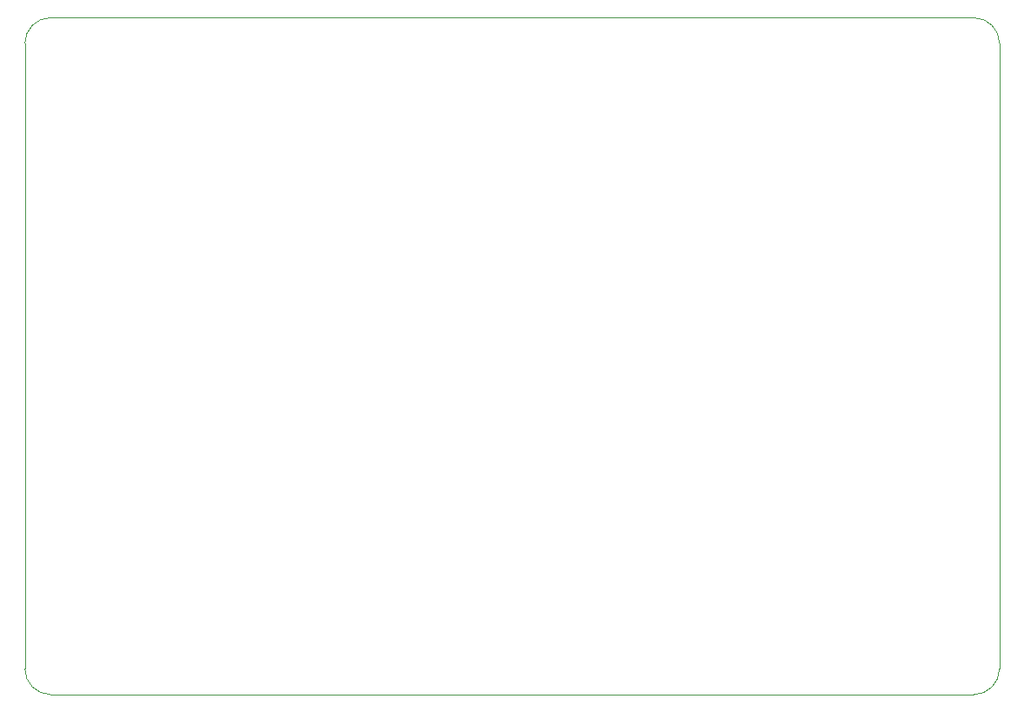
<source format=gbr>
%TF.GenerationSoftware,KiCad,Pcbnew,(7.0.0)*%
%TF.CreationDate,2023-02-28T10:18:03+09:00*%
%TF.ProjectId,footcon,666f6f74-636f-46e2-9e6b-696361645f70,0.10*%
%TF.SameCoordinates,Original*%
%TF.FileFunction,Profile,NP*%
%FSLAX46Y46*%
G04 Gerber Fmt 4.6, Leading zero omitted, Abs format (unit mm)*
G04 Created by KiCad (PCBNEW (7.0.0)) date 2023-02-28 10:18:03*
%MOMM*%
%LPD*%
G01*
G04 APERTURE LIST*
%TA.AperFunction,Profile*%
%ADD10C,0.100000*%
%TD*%
G04 APERTURE END LIST*
D10*
X97956700Y-134400000D02*
G75*
G03*
X100456668Y-136900000I2500000J0D01*
G01*
X192956700Y-73400000D02*
G75*
G03*
X190456668Y-70900000I-2500000J0D01*
G01*
X100456668Y-136900000D02*
X190456668Y-136900000D01*
X97956668Y-73400000D02*
X97956668Y-134400000D01*
X100456668Y-70899968D02*
G75*
G03*
X97956668Y-73400000I32J-2500032D01*
G01*
X190456668Y-136899968D02*
G75*
G03*
X192956668Y-134400000I32J2499968D01*
G01*
X192956668Y-73400000D02*
X192956668Y-134400000D01*
X190456668Y-70900000D02*
X100456668Y-70900000D01*
M02*

</source>
